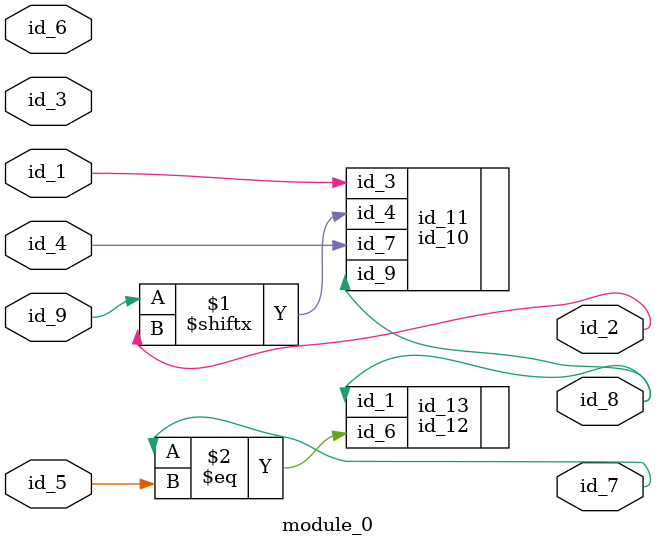
<source format=v>
module module_0 (
    id_1,
    id_2,
    id_3,
    id_4,
    id_5,
    id_6,
    id_7,
    id_8,
    id_9
);
  input id_9;
  output id_8;
  output id_7;
  input id_6;
  input id_5;
  input id_4;
  input id_3;
  output id_2;
  input id_1;
  id_10 id_11 (
      .id_9(id_8),
      .id_3(id_1),
      .id_7(id_4),
      .id_4(id_8),
      .id_4(id_9[id_2])
  );
  id_12 id_13 (
      .id_6(id_7 == id_5),
      .id_1(id_8)
  );
endmodule

</source>
